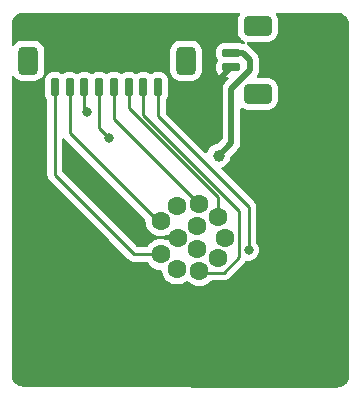
<source format=gbr>
%TF.GenerationSoftware,KiCad,Pcbnew,7.0.6*%
%TF.CreationDate,2024-04-06T15:36:31-04:00*%
%TF.ProjectId,peripheral_io_left_eth,70657269-7068-4657-9261-6c5f696f5f6c,rev?*%
%TF.SameCoordinates,Original*%
%TF.FileFunction,Copper,L1,Top*%
%TF.FilePolarity,Positive*%
%FSLAX46Y46*%
G04 Gerber Fmt 4.6, Leading zero omitted, Abs format (unit mm)*
G04 Created by KiCad (PCBNEW 7.0.6) date 2024-04-06 15:36:31*
%MOMM*%
%LPD*%
G01*
G04 APERTURE LIST*
G04 Aperture macros list*
%AMRoundRect*
0 Rectangle with rounded corners*
0 $1 Rounding radius*
0 $2 $3 $4 $5 $6 $7 $8 $9 X,Y pos of 4 corners*
0 Add a 4 corners polygon primitive as box body*
4,1,4,$2,$3,$4,$5,$6,$7,$8,$9,$2,$3,0*
0 Add four circle primitives for the rounded corners*
1,1,$1+$1,$2,$3*
1,1,$1+$1,$4,$5*
1,1,$1+$1,$6,$7*
1,1,$1+$1,$8,$9*
0 Add four rect primitives between the rounded corners*
20,1,$1+$1,$2,$3,$4,$5,0*
20,1,$1+$1,$4,$5,$6,$7,0*
20,1,$1+$1,$6,$7,$8,$9,0*
20,1,$1+$1,$8,$9,$2,$3,0*%
G04 Aperture macros list end*
%TA.AperFunction,SMDPad,CuDef*%
%ADD10RoundRect,0.425000X-0.775000X0.425000X-0.775000X-0.425000X0.775000X-0.425000X0.775000X0.425000X0*%
%TD*%
%TA.AperFunction,SMDPad,CuDef*%
%ADD11RoundRect,0.150000X-0.650000X0.150000X-0.650000X-0.150000X0.650000X-0.150000X0.650000X0.150000X0*%
%TD*%
%TA.AperFunction,ComponentPad*%
%ADD12C,1.600000*%
%TD*%
%TA.AperFunction,SMDPad,CuDef*%
%ADD13RoundRect,0.425000X-0.425000X-0.775000X0.425000X-0.775000X0.425000X0.775000X-0.425000X0.775000X0*%
%TD*%
%TA.AperFunction,SMDPad,CuDef*%
%ADD14RoundRect,0.150000X-0.150000X-0.650000X0.150000X-0.650000X0.150000X0.650000X-0.150000X0.650000X0*%
%TD*%
%TA.AperFunction,ViaPad*%
%ADD15C,0.800000*%
%TD*%
%TA.AperFunction,ViaPad*%
%ADD16C,1.000000*%
%TD*%
%TA.AperFunction,Conductor*%
%ADD17C,0.250000*%
%TD*%
%TA.AperFunction,Conductor*%
%ADD18C,0.500000*%
%TD*%
G04 APERTURE END LIST*
D10*
%TO.P,J2,*%
%TO.N,*%
X189259500Y-56979500D03*
X189259500Y-62729500D03*
D11*
%TO.P,J2,1,1*%
%TO.N,GND*%
X187009500Y-60479500D03*
%TO.P,J2,2,2*%
%TO.N,Net-(J1-Pad9)*%
X187009500Y-59229500D03*
%TD*%
D12*
%TO.P,J1,1,1*%
%TO.N,Net-(Input1-Pad7)*%
X181031928Y-73449408D03*
%TO.P,J1,2,2*%
%TO.N,/Red*%
X181031969Y-76305476D03*
%TO.P,J1,3,3*%
%TO.N,Net-(Input1-Pad5)*%
X182428578Y-77549421D03*
%TO.P,J1,4,4*%
%TO.N,Net-(Input1-Pad2)*%
X184294316Y-77681970D03*
%TO.P,J1,5,5*%
%TO.N,/Bl*%
X185852930Y-76647803D03*
%TO.P,J1,6,6*%
%TO.N,Net-(Input1-Pad6)*%
X186455864Y-74877436D03*
%TO.P,J1,7,7*%
%TO.N,Net-(Input1-Pad3)*%
X185852930Y-73107068D03*
%TO.P,J1,8,8*%
%TO.N,Net-(Input1-Pad4)*%
X184294316Y-72072902D03*
%TO.P,J1,9,9*%
%TO.N,Net-(J1-Pad9)*%
X182428578Y-72205450D03*
%TO.P,J1,10,10*%
%TO.N,GND*%
X182455962Y-74877436D03*
%TO.P,J1,11,11*%
%TO.N,unconnected-(J1-Pad11)*%
X184105959Y-75830063D03*
%TO.P,J1,12,12*%
%TO.N,unconnected-(J1-Pad12)*%
X184105959Y-73924808D03*
%TD*%
D13*
%TO.P,Input1,*%
%TO.N,*%
X169820500Y-59914500D03*
X183170500Y-59914500D03*
D14*
%TO.P,Input1,1,1*%
%TO.N,/Bl*%
X180820500Y-62164500D03*
%TO.P,Input1,2,2*%
%TO.N,Net-(Input1-Pad2)*%
X179570500Y-62164500D03*
%TO.P,Input1,3,3*%
%TO.N,Net-(Input1-Pad3)*%
X178320500Y-62164500D03*
%TO.P,Input1,4,4*%
%TO.N,Net-(Input1-Pad4)*%
X177070500Y-62164500D03*
%TO.P,Input1,5,5*%
%TO.N,Net-(Input1-Pad5)*%
X175820500Y-62164500D03*
%TO.P,Input1,6,6*%
%TO.N,Net-(Input1-Pad6)*%
X174570500Y-62164500D03*
%TO.P,Input1,7,7*%
%TO.N,Net-(Input1-Pad7)*%
X173320500Y-62164500D03*
%TO.P,Input1,8,8*%
%TO.N,/Red*%
X172070500Y-62164500D03*
%TD*%
D15*
%TO.N,/Bl*%
X188468000Y-75946000D03*
%TO.N,Net-(Input1-Pad5)*%
X176657000Y-66421000D03*
%TO.N,Net-(Input1-Pad6)*%
X174752000Y-64262000D03*
D16*
%TO.N,Net-(J1-Pad9)*%
X185928000Y-67945000D03*
%TO.N,GND*%
X185034701Y-66425299D03*
%TD*%
D17*
%TO.N,/Bl*%
X180820500Y-64615500D02*
X188468000Y-72263000D01*
X180820500Y-62164500D02*
X180820500Y-64615500D01*
X188468000Y-72263000D02*
X188468000Y-75946000D01*
%TO.N,Net-(Input1-Pad2)*%
X186360342Y-77872803D02*
X184485149Y-77872803D01*
X179570500Y-62164500D02*
X179570500Y-64508500D01*
X179570500Y-64508500D02*
X187680864Y-72618864D01*
X187680864Y-72618864D02*
X187680864Y-76552281D01*
X187680864Y-76552281D02*
X186360342Y-77872803D01*
X184485149Y-77872803D02*
X184294316Y-77681970D01*
%TO.N,Net-(Input1-Pad3)*%
X178320500Y-62164500D02*
X178320500Y-63918900D01*
X185852930Y-71451330D02*
X185852930Y-73107068D01*
X178320500Y-63918900D02*
X185852930Y-71451330D01*
%TO.N,Net-(Input1-Pad4)*%
X177070500Y-64849086D02*
X184294316Y-72072902D01*
X177070500Y-62164500D02*
X177070500Y-64849086D01*
%TO.N,Net-(Input1-Pad5)*%
X175820500Y-62164500D02*
X175820500Y-65584500D01*
X175820500Y-65584500D02*
X176657000Y-66421000D01*
%TO.N,Net-(Input1-Pad6)*%
X174570500Y-62164500D02*
X174570500Y-64080500D01*
X174570500Y-64080500D02*
X174752000Y-64262000D01*
%TO.N,Net-(Input1-Pad7)*%
X180631791Y-73342191D02*
X181418536Y-73342191D01*
X173320500Y-66030900D02*
X180631791Y-73342191D01*
X173320500Y-62164500D02*
X173320500Y-66030900D01*
%TO.N,/Red*%
X172070500Y-62164500D02*
X172070500Y-69581500D01*
X178794476Y-76305476D02*
X181031969Y-76305476D01*
X172070500Y-69581500D02*
X178794476Y-76305476D01*
D18*
%TO.N,Net-(J1-Pad9)*%
X188595000Y-59817000D02*
X188007500Y-59229500D01*
D17*
X187231251Y-59229500D02*
X187009500Y-59229500D01*
D18*
X187020896Y-62280104D02*
X188595000Y-60706000D01*
X185928000Y-67945000D02*
X187020896Y-66852104D01*
X188595000Y-60706000D02*
X188595000Y-59817000D01*
X187020896Y-66852104D02*
X187020896Y-62280104D01*
X188007500Y-59229500D02*
X187231251Y-59229500D01*
%TO.N,GND*%
X185293000Y-66167000D02*
X185293000Y-62196000D01*
X185034701Y-66425299D02*
X185293000Y-66167000D01*
X185293000Y-62196000D02*
X187009500Y-60479500D01*
%TD*%
%TA.AperFunction,Conductor*%
%TO.N,GND*%
G36*
X187687603Y-55849385D02*
G01*
X187733358Y-55902189D01*
X187743302Y-55971347D01*
X187716931Y-56031735D01*
X187704034Y-56047661D01*
X187615712Y-56221004D01*
X187565358Y-56408925D01*
X187559000Y-56489720D01*
X187559000Y-57469280D01*
X187565358Y-57550074D01*
X187565358Y-57550077D01*
X187565359Y-57550078D01*
X187615712Y-57737996D01*
X187704035Y-57911340D01*
X187826468Y-58062532D01*
X187935994Y-58151225D01*
X187977662Y-58184967D01*
X188092184Y-58243318D01*
X188142981Y-58291292D01*
X188159776Y-58359113D01*
X188137239Y-58425248D01*
X188082524Y-58468700D01*
X188039499Y-58477750D01*
X187997602Y-58478970D01*
X187996583Y-58479000D01*
X187941828Y-58479000D01*
X187907233Y-58474076D01*
X187762073Y-58431902D01*
X187762067Y-58431901D01*
X187725196Y-58429000D01*
X187725194Y-58429000D01*
X186293806Y-58429000D01*
X186293804Y-58429000D01*
X186256932Y-58431901D01*
X186256926Y-58431902D01*
X186099106Y-58477754D01*
X186099103Y-58477755D01*
X185957637Y-58561417D01*
X185957629Y-58561423D01*
X185841423Y-58677629D01*
X185841417Y-58677637D01*
X185757755Y-58819103D01*
X185757754Y-58819106D01*
X185711902Y-58976926D01*
X185711901Y-58976932D01*
X185709000Y-59013804D01*
X185709000Y-59445196D01*
X185711901Y-59482067D01*
X185711902Y-59482073D01*
X185757754Y-59639893D01*
X185757755Y-59639896D01*
X185845390Y-59788080D01*
X185843545Y-59789170D01*
X185865051Y-59843963D01*
X185851362Y-59912479D01*
X185845752Y-59921207D01*
X185845788Y-59921229D01*
X185758217Y-60069303D01*
X185758216Y-60069306D01*
X185712400Y-60227004D01*
X185712399Y-60227010D01*
X185709500Y-60263856D01*
X185709500Y-60695144D01*
X185712399Y-60731989D01*
X185712400Y-60731995D01*
X185758216Y-60889693D01*
X185758217Y-60889696D01*
X185841814Y-61031052D01*
X185841821Y-61031061D01*
X185957936Y-61147176D01*
X185957942Y-61147181D01*
X185976997Y-61158449D01*
X186921819Y-60213628D01*
X186983142Y-60180143D01*
X187052834Y-60185127D01*
X187097181Y-60213628D01*
X187275372Y-60391819D01*
X187308857Y-60453142D01*
X187303873Y-60522834D01*
X187275372Y-60567181D01*
X186563053Y-61279499D01*
X186563054Y-61279500D01*
X186660769Y-61279500D01*
X186727808Y-61299185D01*
X186773563Y-61351989D01*
X186783507Y-61421147D01*
X186754482Y-61484703D01*
X186748450Y-61491181D01*
X186535254Y-61704376D01*
X186521625Y-61716155D01*
X186502364Y-61730494D01*
X186468794Y-61770501D01*
X186465149Y-61774480D01*
X186459305Y-61780326D01*
X186438955Y-61806063D01*
X186389591Y-61864893D01*
X186385625Y-61870923D01*
X186385578Y-61870892D01*
X186381526Y-61877251D01*
X186381575Y-61877281D01*
X186377785Y-61883425D01*
X186345320Y-61953045D01*
X186310856Y-62021670D01*
X186308384Y-62028461D01*
X186308328Y-62028440D01*
X186305856Y-62035554D01*
X186305911Y-62035573D01*
X186303638Y-62042431D01*
X186295871Y-62080049D01*
X186288103Y-62117669D01*
X186274897Y-62173388D01*
X186270394Y-62192390D01*
X186269557Y-62199558D01*
X186269497Y-62199551D01*
X186268731Y-62207049D01*
X186268791Y-62207055D01*
X186268161Y-62214244D01*
X186270396Y-62291020D01*
X186270396Y-66489872D01*
X186250711Y-66556911D01*
X186234077Y-66577553D01*
X185897225Y-66914405D01*
X185835902Y-66947890D01*
X185821700Y-66950127D01*
X185731870Y-66958975D01*
X185543266Y-67016188D01*
X185369467Y-67109086D01*
X185369460Y-67109090D01*
X185217116Y-67234116D01*
X185092090Y-67386460D01*
X185092086Y-67386467D01*
X184999186Y-67560271D01*
X184977937Y-67630319D01*
X184939639Y-67688757D01*
X184875827Y-67717214D01*
X184806760Y-67706653D01*
X184771596Y-67682004D01*
X181482319Y-64392727D01*
X181448834Y-64331404D01*
X181446000Y-64305046D01*
X181446000Y-63310308D01*
X181465685Y-63243269D01*
X181482318Y-63222627D01*
X181488581Y-63216365D01*
X181572244Y-63074898D01*
X181618098Y-62917069D01*
X181621000Y-62880194D01*
X181621000Y-61448806D01*
X181618098Y-61411931D01*
X181602811Y-61359315D01*
X181572245Y-61254106D01*
X181572244Y-61254103D01*
X181572244Y-61254102D01*
X181488581Y-61112635D01*
X181488579Y-61112633D01*
X181488576Y-61112629D01*
X181372370Y-60996423D01*
X181372362Y-60996417D01*
X181230896Y-60912755D01*
X181230893Y-60912754D01*
X181073073Y-60866902D01*
X181073067Y-60866901D01*
X181036196Y-60864000D01*
X181036194Y-60864000D01*
X180604806Y-60864000D01*
X180604804Y-60864000D01*
X180567932Y-60866901D01*
X180567926Y-60866902D01*
X180410106Y-60912754D01*
X180410103Y-60912755D01*
X180261920Y-61000390D01*
X180260754Y-60998419D01*
X180206442Y-61019732D01*
X180137927Y-61006040D01*
X180129095Y-61000364D01*
X180129080Y-61000390D01*
X179980896Y-60912755D01*
X179980893Y-60912754D01*
X179823073Y-60866902D01*
X179823067Y-60866901D01*
X179786196Y-60864000D01*
X179786194Y-60864000D01*
X179354806Y-60864000D01*
X179354804Y-60864000D01*
X179317932Y-60866901D01*
X179317926Y-60866902D01*
X179160106Y-60912754D01*
X179160103Y-60912755D01*
X179011920Y-61000390D01*
X179010754Y-60998419D01*
X178956442Y-61019732D01*
X178887927Y-61006040D01*
X178879095Y-61000364D01*
X178879080Y-61000390D01*
X178730896Y-60912755D01*
X178730893Y-60912754D01*
X178573073Y-60866902D01*
X178573067Y-60866901D01*
X178536196Y-60864000D01*
X178536194Y-60864000D01*
X178104806Y-60864000D01*
X178104804Y-60864000D01*
X178067932Y-60866901D01*
X178067926Y-60866902D01*
X177910106Y-60912754D01*
X177910103Y-60912755D01*
X177761920Y-61000390D01*
X177760754Y-60998419D01*
X177706442Y-61019732D01*
X177637927Y-61006040D01*
X177629095Y-61000364D01*
X177629080Y-61000390D01*
X177480896Y-60912755D01*
X177480893Y-60912754D01*
X177323073Y-60866902D01*
X177323067Y-60866901D01*
X177286196Y-60864000D01*
X177286194Y-60864000D01*
X176854806Y-60864000D01*
X176854804Y-60864000D01*
X176817932Y-60866901D01*
X176817926Y-60866902D01*
X176660106Y-60912754D01*
X176660103Y-60912755D01*
X176511920Y-61000390D01*
X176510754Y-60998419D01*
X176456442Y-61019732D01*
X176387927Y-61006040D01*
X176379095Y-61000364D01*
X176379080Y-61000390D01*
X176230896Y-60912755D01*
X176230893Y-60912754D01*
X176073073Y-60866902D01*
X176073067Y-60866901D01*
X176036196Y-60864000D01*
X176036194Y-60864000D01*
X175604806Y-60864000D01*
X175604804Y-60864000D01*
X175567932Y-60866901D01*
X175567926Y-60866902D01*
X175410106Y-60912754D01*
X175410103Y-60912755D01*
X175261920Y-61000390D01*
X175260754Y-60998419D01*
X175206442Y-61019732D01*
X175137927Y-61006040D01*
X175129095Y-61000364D01*
X175129080Y-61000390D01*
X174980896Y-60912755D01*
X174980893Y-60912754D01*
X174823073Y-60866902D01*
X174823067Y-60866901D01*
X174786196Y-60864000D01*
X174786194Y-60864000D01*
X174354806Y-60864000D01*
X174354804Y-60864000D01*
X174317932Y-60866901D01*
X174317926Y-60866902D01*
X174160106Y-60912754D01*
X174160103Y-60912755D01*
X174011920Y-61000390D01*
X174010754Y-60998419D01*
X173956442Y-61019732D01*
X173887927Y-61006040D01*
X173879095Y-61000364D01*
X173879080Y-61000390D01*
X173730896Y-60912755D01*
X173730893Y-60912754D01*
X173573073Y-60866902D01*
X173573067Y-60866901D01*
X173536196Y-60864000D01*
X173536194Y-60864000D01*
X173104806Y-60864000D01*
X173104804Y-60864000D01*
X173067932Y-60866901D01*
X173067926Y-60866902D01*
X172910106Y-60912754D01*
X172910103Y-60912755D01*
X172761920Y-61000390D01*
X172760754Y-60998419D01*
X172706442Y-61019732D01*
X172637927Y-61006040D01*
X172629095Y-61000364D01*
X172629080Y-61000390D01*
X172480896Y-60912755D01*
X172480893Y-60912754D01*
X172323073Y-60866902D01*
X172323067Y-60866901D01*
X172286196Y-60864000D01*
X172286194Y-60864000D01*
X171854806Y-60864000D01*
X171854804Y-60864000D01*
X171817932Y-60866901D01*
X171817926Y-60866902D01*
X171660106Y-60912754D01*
X171660103Y-60912755D01*
X171518637Y-60996417D01*
X171518629Y-60996423D01*
X171402423Y-61112629D01*
X171402417Y-61112637D01*
X171318755Y-61254103D01*
X171318754Y-61254106D01*
X171272902Y-61411926D01*
X171272901Y-61411932D01*
X171270000Y-61448804D01*
X171270000Y-62880196D01*
X171272901Y-62917067D01*
X171272902Y-62917073D01*
X171318754Y-63074893D01*
X171318755Y-63074896D01*
X171318756Y-63074898D01*
X171402419Y-63216365D01*
X171408679Y-63222625D01*
X171442165Y-63283945D01*
X171445000Y-63310308D01*
X171445000Y-69498755D01*
X171443275Y-69514372D01*
X171443561Y-69514399D01*
X171442826Y-69522165D01*
X171445000Y-69591314D01*
X171445000Y-69620843D01*
X171445001Y-69620860D01*
X171445868Y-69627731D01*
X171446326Y-69633550D01*
X171447790Y-69680124D01*
X171447791Y-69680127D01*
X171453380Y-69699367D01*
X171457324Y-69718411D01*
X171459836Y-69738291D01*
X171476990Y-69781619D01*
X171478882Y-69787147D01*
X171491881Y-69831888D01*
X171502080Y-69849134D01*
X171510638Y-69866603D01*
X171518014Y-69885232D01*
X171545398Y-69922923D01*
X171548606Y-69927807D01*
X171572327Y-69967916D01*
X171572333Y-69967924D01*
X171586490Y-69982080D01*
X171599128Y-69996876D01*
X171610905Y-70013086D01*
X171610906Y-70013087D01*
X171646809Y-70042788D01*
X171651120Y-70046710D01*
X176674884Y-75070475D01*
X178293673Y-76689264D01*
X178303498Y-76701527D01*
X178303719Y-76701345D01*
X178308690Y-76707354D01*
X178332964Y-76730148D01*
X178359111Y-76754702D01*
X178380005Y-76775596D01*
X178385487Y-76779849D01*
X178389919Y-76783633D01*
X178423894Y-76815538D01*
X178441452Y-76825190D01*
X178457709Y-76835869D01*
X178473540Y-76848149D01*
X178493213Y-76856662D01*
X178516309Y-76866658D01*
X178521553Y-76869226D01*
X178562384Y-76891673D01*
X178574999Y-76894911D01*
X178581781Y-76896653D01*
X178600195Y-76902957D01*
X178618580Y-76910914D01*
X178664633Y-76918208D01*
X178670302Y-76919382D01*
X178715457Y-76930976D01*
X178735492Y-76930976D01*
X178754889Y-76932502D01*
X178774672Y-76935636D01*
X178821059Y-76931251D01*
X178826898Y-76930976D01*
X179817781Y-76930976D01*
X179884820Y-76950661D01*
X179919356Y-76983853D01*
X180031923Y-77144617D01*
X180192827Y-77305521D01*
X180192830Y-77305523D01*
X180379235Y-77436044D01*
X180585473Y-77532215D01*
X180805277Y-77591111D01*
X181025585Y-77610385D01*
X181090653Y-77635837D01*
X181131632Y-77692428D01*
X181138305Y-77723104D01*
X181142942Y-77776109D01*
X181142944Y-77776118D01*
X181201836Y-77995909D01*
X181201839Y-77995918D01*
X181298009Y-78202153D01*
X181298010Y-78202155D01*
X181428532Y-78388562D01*
X181589436Y-78549466D01*
X181589439Y-78549468D01*
X181775844Y-78679989D01*
X181982082Y-78776160D01*
X182201886Y-78835056D01*
X182363808Y-78849222D01*
X182428576Y-78854889D01*
X182428578Y-78854889D01*
X182428580Y-78854889D01*
X182485250Y-78849930D01*
X182655270Y-78835056D01*
X182875074Y-78776160D01*
X183081312Y-78679989D01*
X183214785Y-78586530D01*
X183280988Y-78564205D01*
X183348755Y-78581215D01*
X183373582Y-78600422D01*
X183455177Y-78682017D01*
X183641582Y-78812538D01*
X183847820Y-78908709D01*
X184067624Y-78967605D01*
X184229546Y-78981771D01*
X184294314Y-78987438D01*
X184294316Y-78987438D01*
X184294318Y-78987438D01*
X184350989Y-78982479D01*
X184521008Y-78967605D01*
X184740812Y-78908709D01*
X184947050Y-78812538D01*
X185133455Y-78682017D01*
X185280851Y-78534620D01*
X185342173Y-78501137D01*
X185368531Y-78498303D01*
X186277599Y-78498303D01*
X186293219Y-78500027D01*
X186293246Y-78499742D01*
X186301002Y-78500474D01*
X186301009Y-78500476D01*
X186370156Y-78498303D01*
X186399692Y-78498303D01*
X186406570Y-78497433D01*
X186412383Y-78496975D01*
X186458969Y-78495512D01*
X186478211Y-78489920D01*
X186497254Y-78485977D01*
X186517134Y-78483467D01*
X186560464Y-78466310D01*
X186565988Y-78464420D01*
X186569738Y-78463330D01*
X186610732Y-78451421D01*
X186627971Y-78441225D01*
X186645445Y-78432665D01*
X186664069Y-78425291D01*
X186664069Y-78425290D01*
X186664074Y-78425289D01*
X186701791Y-78397885D01*
X186706647Y-78394695D01*
X186746762Y-78370973D01*
X186760931Y-78356802D01*
X186775721Y-78344171D01*
X186791929Y-78332397D01*
X186821641Y-78296479D01*
X186825554Y-78292179D01*
X188064651Y-77053083D01*
X188076906Y-77043267D01*
X188076723Y-77043045D01*
X188082730Y-77038073D01*
X188082741Y-77038067D01*
X188113639Y-77005163D01*
X188130091Y-76987645D01*
X188140535Y-76977199D01*
X188150984Y-76966752D01*
X188155243Y-76961259D01*
X188159016Y-76956842D01*
X188190926Y-76922863D01*
X188200577Y-76905305D01*
X188211258Y-76889046D01*
X188214860Y-76884401D01*
X188271502Y-76843498D01*
X188338616Y-76839116D01*
X188373354Y-76846500D01*
X188373355Y-76846500D01*
X188562644Y-76846500D01*
X188562646Y-76846500D01*
X188747803Y-76807144D01*
X188920730Y-76730151D01*
X189073871Y-76618888D01*
X189200533Y-76478216D01*
X189295179Y-76314284D01*
X189353674Y-76134256D01*
X189373460Y-75946000D01*
X189353674Y-75757744D01*
X189295179Y-75577716D01*
X189200533Y-75413784D01*
X189125350Y-75330284D01*
X189095120Y-75267292D01*
X189093500Y-75247312D01*
X189093500Y-72345737D01*
X189095224Y-72330123D01*
X189094938Y-72330096D01*
X189095672Y-72322333D01*
X189093500Y-72253203D01*
X189093500Y-72223651D01*
X189093500Y-72223650D01*
X189092629Y-72216759D01*
X189092172Y-72210945D01*
X189090709Y-72164372D01*
X189085122Y-72145144D01*
X189081174Y-72126084D01*
X189078664Y-72106208D01*
X189061507Y-72062875D01*
X189059619Y-72057359D01*
X189046619Y-72012612D01*
X189036418Y-71995363D01*
X189027860Y-71977894D01*
X189020486Y-71959268D01*
X189020483Y-71959264D01*
X189020483Y-71959263D01*
X188993098Y-71921571D01*
X188989890Y-71916687D01*
X188966172Y-71876582D01*
X188966163Y-71876571D01*
X188952005Y-71862413D01*
X188939370Y-71847620D01*
X188927593Y-71831412D01*
X188891693Y-71801713D01*
X188887381Y-71797790D01*
X186190994Y-69101403D01*
X186157509Y-69040080D01*
X186162493Y-68970388D01*
X186204365Y-68914455D01*
X186242674Y-68895064D01*
X186312727Y-68873814D01*
X186486538Y-68780910D01*
X186638883Y-68655883D01*
X186763910Y-68503538D01*
X186856814Y-68329727D01*
X186914024Y-68141132D01*
X186922871Y-68051299D01*
X186949031Y-67986513D01*
X186958584Y-67975782D01*
X187506538Y-67427828D01*
X187520153Y-67416062D01*
X187539426Y-67401714D01*
X187573019Y-67361678D01*
X187576653Y-67357712D01*
X187582486Y-67351881D01*
X187602823Y-67326159D01*
X187606733Y-67321500D01*
X187608058Y-67319919D01*
X187652198Y-67267318D01*
X187652200Y-67267313D01*
X187656168Y-67261283D01*
X187656219Y-67261316D01*
X187660265Y-67254964D01*
X187660213Y-67254932D01*
X187664005Y-67248783D01*
X187664007Y-67248781D01*
X187696465Y-67179173D01*
X187730936Y-67110537D01*
X187730939Y-67110521D01*
X187733406Y-67103748D01*
X187733464Y-67103769D01*
X187735939Y-67096650D01*
X187735881Y-67096631D01*
X187738152Y-67089776D01*
X187753680Y-67014571D01*
X187768222Y-66953216D01*
X187771396Y-66939825D01*
X187771396Y-66939824D01*
X187772235Y-66932652D01*
X187772293Y-66932658D01*
X187773060Y-66925160D01*
X187773000Y-66925155D01*
X187773629Y-66917964D01*
X187773525Y-66914405D01*
X187771396Y-66841206D01*
X187771396Y-64027905D01*
X187791081Y-63960867D01*
X187843885Y-63915112D01*
X187913043Y-63905168D01*
X187973435Y-63931543D01*
X187977660Y-63934965D01*
X188151004Y-64023288D01*
X188338922Y-64073641D01*
X188387402Y-64077456D01*
X188419720Y-64080000D01*
X188419722Y-64080000D01*
X190099280Y-64080000D01*
X190126211Y-64077880D01*
X190180078Y-64073641D01*
X190367996Y-64023288D01*
X190541340Y-63934965D01*
X190692532Y-63812532D01*
X190814965Y-63661340D01*
X190903288Y-63487996D01*
X190953641Y-63300078D01*
X190960000Y-63219278D01*
X190960000Y-62239722D01*
X190953641Y-62158922D01*
X190903288Y-61971004D01*
X190814965Y-61797660D01*
X190692532Y-61646468D01*
X190541340Y-61524035D01*
X190367996Y-61435712D01*
X190180078Y-61385359D01*
X190180077Y-61385358D01*
X190180074Y-61385358D01*
X190099280Y-61379000D01*
X190099278Y-61379000D01*
X189275912Y-61379000D01*
X189208873Y-61359315D01*
X189163118Y-61306511D01*
X189153174Y-61237353D01*
X189180924Y-61175293D01*
X189226301Y-61121215D01*
X189230272Y-61115179D01*
X189230323Y-61115212D01*
X189234369Y-61108860D01*
X189234317Y-61108828D01*
X189238109Y-61102679D01*
X189238111Y-61102677D01*
X189270569Y-61033069D01*
X189305040Y-60964433D01*
X189305043Y-60964417D01*
X189307510Y-60957644D01*
X189307568Y-60957665D01*
X189310043Y-60950546D01*
X189309985Y-60950527D01*
X189312256Y-60943672D01*
X189318640Y-60912756D01*
X189327784Y-60868467D01*
X189345500Y-60793721D01*
X189345500Y-60793720D01*
X189346339Y-60786548D01*
X189346397Y-60786554D01*
X189347164Y-60779056D01*
X189347104Y-60779051D01*
X189347733Y-60771860D01*
X189345500Y-60695103D01*
X189345500Y-59880705D01*
X189346809Y-59862735D01*
X189347223Y-59859905D01*
X189350289Y-59838977D01*
X189345735Y-59786933D01*
X189345500Y-59781532D01*
X189345500Y-59773297D01*
X189345500Y-59773296D01*
X189345500Y-59773291D01*
X189341691Y-59740707D01*
X189334998Y-59664202D01*
X189334996Y-59664197D01*
X189333538Y-59657133D01*
X189333597Y-59657120D01*
X189331967Y-59649764D01*
X189331908Y-59649779D01*
X189330241Y-59642751D01*
X189330241Y-59642745D01*
X189303966Y-59570556D01*
X189279813Y-59497665D01*
X189279808Y-59497658D01*
X189276760Y-59491119D01*
X189276815Y-59491092D01*
X189273529Y-59484305D01*
X189273476Y-59484332D01*
X189270238Y-59477883D01*
X189228023Y-59413700D01*
X189187709Y-59348341D01*
X189183233Y-59342681D01*
X189183280Y-59342643D01*
X189178519Y-59336799D01*
X189178474Y-59336838D01*
X189173834Y-59331309D01*
X189173832Y-59331307D01*
X189173830Y-59331304D01*
X189143061Y-59302275D01*
X189117966Y-59278598D01*
X188583229Y-58743861D01*
X188571449Y-58730230D01*
X188563982Y-58720201D01*
X188557112Y-58710972D01*
X188517385Y-58677637D01*
X188517087Y-58677386D01*
X188513112Y-58673744D01*
X188510190Y-58670822D01*
X188507280Y-58667911D01*
X188481540Y-58647559D01*
X188422709Y-58598194D01*
X188416680Y-58594229D01*
X188416712Y-58594180D01*
X188410353Y-58590128D01*
X188410322Y-58590179D01*
X188404180Y-58586391D01*
X188404178Y-58586390D01*
X188404177Y-58586389D01*
X188360939Y-58566226D01*
X188308501Y-58520054D01*
X188289350Y-58452860D01*
X188309567Y-58385979D01*
X188362732Y-58340645D01*
X188418219Y-58329941D01*
X188419719Y-58329999D01*
X188419722Y-58330000D01*
X188419725Y-58330000D01*
X190099280Y-58330000D01*
X190126211Y-58327880D01*
X190180078Y-58323641D01*
X190367996Y-58273288D01*
X190541340Y-58184965D01*
X190692532Y-58062532D01*
X190814965Y-57911340D01*
X190903288Y-57737996D01*
X190953641Y-57550078D01*
X190960000Y-57469278D01*
X190960000Y-56489722D01*
X190959813Y-56487351D01*
X190953641Y-56408925D01*
X190953641Y-56408922D01*
X190903288Y-56221004D01*
X190814965Y-56047660D01*
X190802068Y-56031734D01*
X190775178Y-55967248D01*
X190787421Y-55898459D01*
X190834910Y-55847209D01*
X190898436Y-55829700D01*
X195974297Y-55829700D01*
X195979697Y-55829936D01*
X195987490Y-55830616D01*
X196022527Y-55833679D01*
X196148773Y-55846102D01*
X196168694Y-55849725D01*
X196235367Y-55867585D01*
X196275610Y-55879791D01*
X196328583Y-55895858D01*
X196344988Y-55902133D01*
X196412413Y-55933570D01*
X196415381Y-55935054D01*
X196499361Y-55979938D01*
X196505681Y-55983820D01*
X196560985Y-56022542D01*
X196571843Y-56030145D01*
X196575615Y-56033006D01*
X196647842Y-56092280D01*
X196652354Y-56096369D01*
X196709829Y-56153844D01*
X196713918Y-56158356D01*
X196773192Y-56230583D01*
X196776053Y-56234355D01*
X196822370Y-56300504D01*
X196826266Y-56306847D01*
X196871128Y-56390785D01*
X196872640Y-56393810D01*
X196904063Y-56461205D01*
X196910340Y-56477614D01*
X196938621Y-56570858D01*
X196956470Y-56637494D01*
X196960097Y-56657434D01*
X196972527Y-56783749D01*
X196976264Y-56826504D01*
X196976500Y-56831906D01*
X196976500Y-86576489D01*
X196976264Y-86581897D01*
X196972523Y-86624645D01*
X196960082Y-86750960D01*
X196956454Y-86770899D01*
X196938601Y-86837530D01*
X196910318Y-86930763D01*
X196904040Y-86947171D01*
X196872614Y-87014567D01*
X196871101Y-87017593D01*
X196826236Y-87101527D01*
X196822341Y-87107867D01*
X196776015Y-87174028D01*
X196773154Y-87177800D01*
X196713895Y-87250008D01*
X196709806Y-87254520D01*
X196652320Y-87312006D01*
X196647808Y-87316095D01*
X196575600Y-87375354D01*
X196571828Y-87378215D01*
X196505667Y-87424541D01*
X196499327Y-87428436D01*
X196415393Y-87473301D01*
X196412367Y-87474814D01*
X196344971Y-87506240D01*
X196328563Y-87512518D01*
X196235330Y-87540801D01*
X196168699Y-87558654D01*
X196148761Y-87562282D01*
X196022495Y-87574719D01*
X195979787Y-87578455D01*
X195974204Y-87578690D01*
X171455528Y-87506679D01*
X169455420Y-87500805D01*
X169454568Y-87500552D01*
X169406561Y-87500648D01*
X169401137Y-87500421D01*
X169359492Y-87496850D01*
X169231522Y-87484433D01*
X169211589Y-87480837D01*
X169146764Y-87463574D01*
X169051403Y-87434804D01*
X169034966Y-87428541D01*
X168968719Y-87397758D01*
X168965689Y-87396248D01*
X168880285Y-87350739D01*
X168873933Y-87346848D01*
X168824051Y-87312006D01*
X168808639Y-87301240D01*
X168804870Y-87298387D01*
X168731486Y-87238293D01*
X168726966Y-87234205D01*
X168670172Y-87177518D01*
X168666087Y-87173019D01*
X168634643Y-87134770D01*
X168605859Y-87099755D01*
X168602992Y-87095982D01*
X168557246Y-87030757D01*
X168553348Y-87024421D01*
X168507667Y-86939085D01*
X168506176Y-86936107D01*
X168475253Y-86869890D01*
X168468968Y-86853487D01*
X168440008Y-86758156D01*
X168422632Y-86693396D01*
X168418999Y-86673456D01*
X168405984Y-86541548D01*
X168402735Y-86504477D01*
X168402499Y-86499097D01*
X168402499Y-61284044D01*
X168422184Y-61217006D01*
X168474988Y-61171251D01*
X168544146Y-61161307D01*
X168607702Y-61190332D01*
X168622863Y-61206007D01*
X168737468Y-61347532D01*
X168888660Y-61469965D01*
X169062004Y-61558288D01*
X169249922Y-61608641D01*
X169298401Y-61612456D01*
X169330720Y-61615000D01*
X169330722Y-61615000D01*
X170310280Y-61615000D01*
X170337211Y-61612880D01*
X170391078Y-61608641D01*
X170578996Y-61558288D01*
X170752340Y-61469965D01*
X170903532Y-61347532D01*
X171025965Y-61196340D01*
X171114288Y-61022996D01*
X171164641Y-60835078D01*
X171171000Y-60754280D01*
X181820000Y-60754280D01*
X181826358Y-60835074D01*
X181826358Y-60835077D01*
X181826359Y-60835078D01*
X181876712Y-61022996D01*
X181965035Y-61196340D01*
X182087468Y-61347532D01*
X182238660Y-61469965D01*
X182412004Y-61558288D01*
X182599922Y-61608641D01*
X182648401Y-61612456D01*
X182680720Y-61615000D01*
X182680722Y-61615000D01*
X183660280Y-61615000D01*
X183687211Y-61612880D01*
X183741078Y-61608641D01*
X183928996Y-61558288D01*
X184102340Y-61469965D01*
X184253532Y-61347532D01*
X184375965Y-61196340D01*
X184464288Y-61022996D01*
X184514641Y-60835078D01*
X184521000Y-60754278D01*
X184521000Y-59074722D01*
X184514641Y-58993922D01*
X184464288Y-58806004D01*
X184375965Y-58632660D01*
X184253532Y-58481468D01*
X184102340Y-58359035D01*
X183928996Y-58270712D01*
X183741078Y-58220359D01*
X183741077Y-58220358D01*
X183741074Y-58220358D01*
X183660280Y-58214000D01*
X183660278Y-58214000D01*
X182680722Y-58214000D01*
X182680720Y-58214000D01*
X182599925Y-58220358D01*
X182412004Y-58270712D01*
X182238661Y-58359034D01*
X182087468Y-58481468D01*
X181965034Y-58632661D01*
X181876712Y-58806004D01*
X181826358Y-58993925D01*
X181820000Y-59074720D01*
X181820000Y-60754280D01*
X171171000Y-60754280D01*
X171171000Y-60754278D01*
X171171000Y-59074722D01*
X171164641Y-58993922D01*
X171114288Y-58806004D01*
X171025965Y-58632660D01*
X170903532Y-58481468D01*
X170752340Y-58359035D01*
X170578996Y-58270712D01*
X170391078Y-58220359D01*
X170391077Y-58220358D01*
X170391074Y-58220358D01*
X170310280Y-58214000D01*
X170310278Y-58214000D01*
X169330722Y-58214000D01*
X169330720Y-58214000D01*
X169249925Y-58220358D01*
X169062004Y-58270712D01*
X168888661Y-58359034D01*
X168798678Y-58431901D01*
X168737468Y-58481468D01*
X168649436Y-58590179D01*
X168622865Y-58622991D01*
X168565378Y-58662702D01*
X168495547Y-58665030D01*
X168435543Y-58629234D01*
X168404417Y-58566681D01*
X168402499Y-58544955D01*
X168402499Y-56831904D01*
X168402735Y-56826498D01*
X168406476Y-56783749D01*
X168418918Y-56657421D01*
X168422542Y-56637509D01*
X168440402Y-56570853D01*
X168468683Y-56477624D01*
X168474953Y-56461237D01*
X168506420Y-56393758D01*
X168507872Y-56390853D01*
X168552764Y-56306866D01*
X168556657Y-56300531D01*
X168589854Y-56253121D01*
X168602994Y-56234355D01*
X168605827Y-56230620D01*
X168665122Y-56158368D01*
X168669162Y-56153910D01*
X168726710Y-56096362D01*
X168731168Y-56092322D01*
X168803420Y-56033027D01*
X168807155Y-56030194D01*
X168873334Y-55983854D01*
X168879666Y-55979964D01*
X168963659Y-55935070D01*
X168966559Y-55933619D01*
X169034037Y-55902153D01*
X169050424Y-55895883D01*
X169143653Y-55867602D01*
X169210309Y-55849742D01*
X169230223Y-55846118D01*
X169356542Y-55833677D01*
X169399305Y-55829935D01*
X169404706Y-55829700D01*
X187620564Y-55829700D01*
X187687603Y-55849385D01*
G37*
%TD.AperFunction*%
%TA.AperFunction,Conductor*%
G36*
X172901203Y-66496639D02*
G01*
X172907681Y-66502671D01*
X179695867Y-73290858D01*
X179729352Y-73352181D01*
X179731714Y-73389345D01*
X179726460Y-73449404D01*
X179726460Y-73449409D01*
X179746292Y-73676094D01*
X179746294Y-73676105D01*
X179805186Y-73895896D01*
X179805189Y-73895905D01*
X179901359Y-74102140D01*
X179901360Y-74102142D01*
X180031882Y-74288549D01*
X180192786Y-74449453D01*
X180192789Y-74449455D01*
X180379194Y-74579976D01*
X180585432Y-74676147D01*
X180805236Y-74735043D01*
X181020953Y-74753915D01*
X181027882Y-74756626D01*
X181029320Y-74755871D01*
X181042942Y-74753912D01*
X181258620Y-74735043D01*
X181478424Y-74676147D01*
X181557970Y-74639053D01*
X181610374Y-74627436D01*
X181836147Y-74627436D01*
X181829610Y-74639892D01*
X181790962Y-74796690D01*
X181790962Y-74958182D01*
X181829610Y-75114980D01*
X181836147Y-75127436D01*
X181610390Y-75127436D01*
X181557985Y-75115818D01*
X181553459Y-75113707D01*
X181478465Y-75078737D01*
X181478461Y-75078736D01*
X181478457Y-75078734D01*
X181258666Y-75019842D01*
X181258656Y-75019840D01*
X181042944Y-75000968D01*
X181036013Y-74998256D01*
X181034577Y-74999012D01*
X181020952Y-75000971D01*
X180805281Y-75019840D01*
X180805271Y-75019842D01*
X180585480Y-75078734D01*
X180585471Y-75078737D01*
X180379236Y-75174907D01*
X180379234Y-75174908D01*
X180192827Y-75305430D01*
X180031923Y-75466334D01*
X179919356Y-75627099D01*
X179864780Y-75670724D01*
X179817781Y-75679976D01*
X179104928Y-75679976D01*
X179037889Y-75660291D01*
X179017247Y-75643657D01*
X172732319Y-69358728D01*
X172698834Y-69297405D01*
X172696000Y-69271047D01*
X172696000Y-66590352D01*
X172715685Y-66523313D01*
X172768489Y-66477558D01*
X172837647Y-66467614D01*
X172901203Y-66496639D01*
G37*
%TD.AperFunction*%
%TD*%
M02*

</source>
